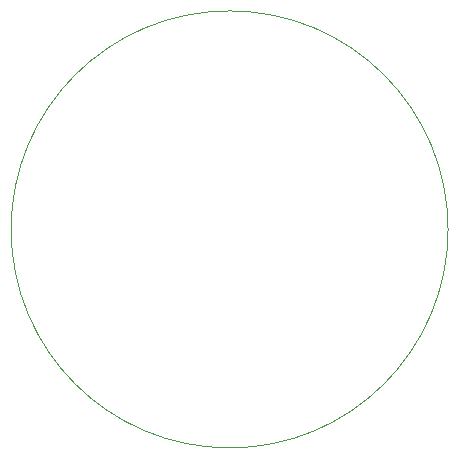
<source format=gbr>
G04*
G04 #@! TF.GenerationSoftware,Altium Limited,Altium Designer,25.8.1 (18)*
G04*
G04 Layer_Color=0*
%FSLAX25Y25*%
%MOIN*%
G70*
G04*
G04 #@! TF.SameCoordinates,4631C722-686F-4E2B-9103-F4525CE58AF5*
G04*
G04*
G04 #@! TF.FilePolarity,Positive*
G04*
G01*
G75*
%ADD45C,0.00100*%
D45*
X320866Y314961D02*
G03*
X393701Y242126I72835J0D01*
G01*
D02*
G03*
X466535Y314961I0J72835D01*
G01*
D02*
G03*
X393701Y387795I-72835J0D01*
G01*
D02*
G03*
X320866Y314961I0J-72835D01*
G01*
M02*

</source>
